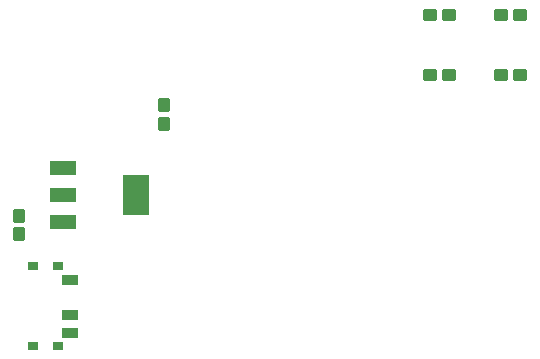
<source format=gbr>
%TF.GenerationSoftware,KiCad,Pcbnew,(7.0.0)*%
%TF.CreationDate,2024-03-24T20:48:38+02:00*%
%TF.ProjectId,p0wer EE3088,70307765-7220-4454-9533-3038382e6b69,rev?*%
%TF.SameCoordinates,Original*%
%TF.FileFunction,Paste,Top*%
%TF.FilePolarity,Positive*%
%FSLAX46Y46*%
G04 Gerber Fmt 4.6, Leading zero omitted, Abs format (unit mm)*
G04 Created by KiCad (PCBNEW (7.0.0)) date 2024-03-24 20:48:38*
%MOMM*%
%LPD*%
G01*
G04 APERTURE LIST*
G04 Aperture macros list*
%AMRoundRect*
0 Rectangle with rounded corners*
0 $1 Rounding radius*
0 $2 $3 $4 $5 $6 $7 $8 $9 X,Y pos of 4 corners*
0 Add a 4 corners polygon primitive as box body*
4,1,4,$2,$3,$4,$5,$6,$7,$8,$9,$2,$3,0*
0 Add four circle primitives for the rounded corners*
1,1,$1+$1,$2,$3*
1,1,$1+$1,$4,$5*
1,1,$1+$1,$6,$7*
1,1,$1+$1,$8,$9*
0 Add four rect primitives between the rounded corners*
20,1,$1+$1,$2,$3,$4,$5,0*
20,1,$1+$1,$4,$5,$6,$7,0*
20,1,$1+$1,$6,$7,$8,$9,0*
20,1,$1+$1,$8,$9,$2,$3,0*%
G04 Aperture macros list end*
%ADD10R,2.200000X1.200000*%
%ADD11R,2.200000X3.500000*%
%ADD12R,1.400000X0.900000*%
%ADD13R,0.850000X0.750000*%
%ADD14RoundRect,0.250000X-0.375000X-0.275000X0.375000X-0.275000X0.375000X0.275000X-0.375000X0.275000X0*%
%ADD15RoundRect,0.250000X0.275000X-0.375000X0.275000X0.375000X-0.275000X0.375000X-0.275000X-0.375000X0*%
%ADD16RoundRect,0.250000X-0.275000X0.375000X-0.275000X-0.375000X0.275000X-0.375000X0.275000X0.375000X0*%
G04 APERTURE END LIST*
D10*
%TO.C,U1*%
X118819999Y-66279999D03*
X118819999Y-68579999D03*
X118819999Y-70879999D03*
D11*
X125019999Y-68579999D03*
%TD*%
D12*
%TO.C,SW1*%
X119379999Y-75739999D03*
X119379999Y-78739999D03*
X119379999Y-80239999D03*
D13*
X118412999Y-74614999D03*
X116262999Y-74614999D03*
X118412999Y-81364999D03*
X116287999Y-81364999D03*
%TD*%
D14*
%TO.C,C6*%
X155880000Y-53340000D03*
X157480000Y-53340000D03*
%TD*%
%TO.C,C5*%
X155880000Y-58420000D03*
X157480000Y-58420000D03*
%TD*%
%TO.C,C4*%
X149860000Y-58420000D03*
X151460000Y-58420000D03*
%TD*%
%TO.C,C3*%
X149860000Y-53340000D03*
X151460000Y-53340000D03*
%TD*%
D15*
%TO.C,C2*%
X127375000Y-62560000D03*
X127375000Y-60960000D03*
%TD*%
D16*
%TO.C,C1*%
X115100000Y-70320000D03*
X115100000Y-71920000D03*
%TD*%
M02*

</source>
